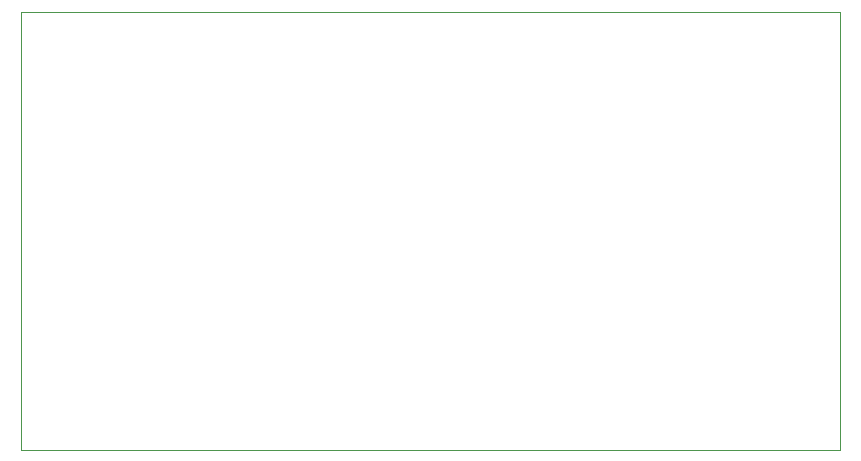
<source format=gbr>
%TF.GenerationSoftware,KiCad,Pcbnew,5.1.12-84ad8e8a86~92~ubuntu18.04.1*%
%TF.CreationDate,2022-06-27T01:27:44+02:00*%
%TF.ProjectId,Parallel-brk,50617261-6c6c-4656-9c2d-62726b2e6b69,rev?*%
%TF.SameCoordinates,Original*%
%TF.FileFunction,Profile,NP*%
%FSLAX46Y46*%
G04 Gerber Fmt 4.6, Leading zero omitted, Abs format (unit mm)*
G04 Created by KiCad (PCBNEW 5.1.12-84ad8e8a86~92~ubuntu18.04.1) date 2022-06-27 01:27:44*
%MOMM*%
%LPD*%
G01*
G04 APERTURE LIST*
%TA.AperFunction,Profile*%
%ADD10C,0.050000*%
%TD*%
G04 APERTURE END LIST*
D10*
X98600000Y-43700000D02*
X98600000Y-80800000D01*
X168000000Y-80800000D02*
X98600000Y-80800000D01*
X168000000Y-43700000D02*
X168000000Y-80800000D01*
X166350000Y-43700000D02*
X168000000Y-43700000D01*
X98600000Y-43700000D02*
X166350000Y-43700000D01*
M02*

</source>
